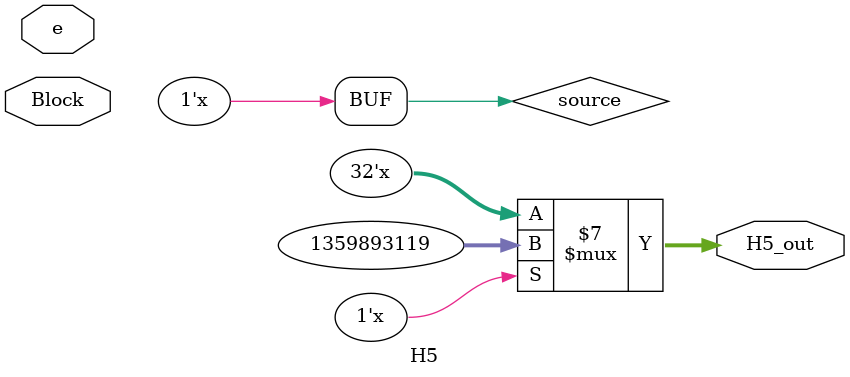
<source format=v>
`timescale 1ns / 1ps
module H5(input Block, input [31:0] e, output reg [31:0] H5_out );

reg source; 
initial
begin
	source = 1;
//	H2_out = 32'hbb67ae85;
end

always @ (Block)
begin
	source = ~source;
	if (source == 0)			begin
			H5_out = 32'h510e527f;
		end
	else
		begin
			H5_out = e + H5_out;
		end
		
end

endmodule

</source>
